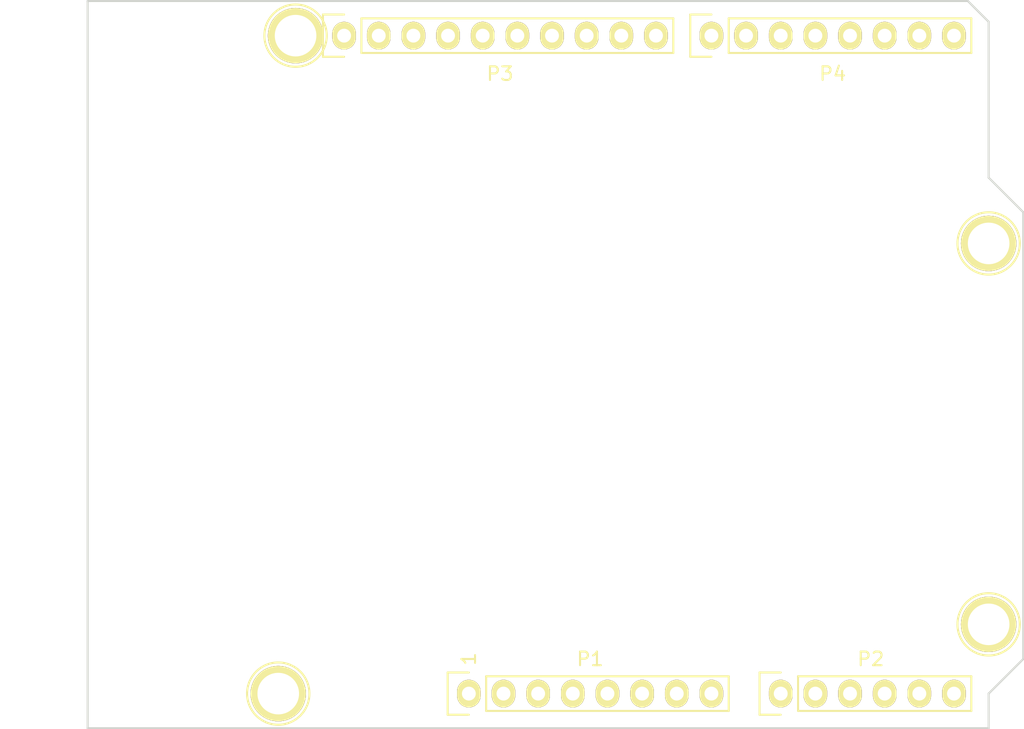
<source format=kicad_pcb>
(kicad_pcb (version 20221018) (generator pcbnew)
  (title_block (date "lun. 30 mars 2015"))
  (layers (0 "F.Cu" signal) (31 "B.Cu" signal) (34 "B.Paste" user) (35 "F.Paste" user) (36 "B.SilkS" user "B.Silkscreen") (37 "F.SilkS" user "F.Silkscreen") (38 "B.Mask" user) (39 "F.Mask" user) (44 "Edge.Cuts" user))
  (net 0 "")
  (net 1 "/IOREF")
  (net 2 "/Reset")
  (net 3 "+5V")
  (net 4 "GND")
  (net 5 "/Vin")
  (net 6 "/A0")
  (net 7 "/A1")
  (net 8 "/A2")
  (net 9 "/A3")
  (net 10 "/AREF")
  (net 11 "/A4(SDA)")
  (net 12 "/A5(SCL)")
  (net 13 "/9(**)")
  (net 14 "/8")
  (net 15 "/7")
  (net 16 "/6(**)")
  (net 17 "/5(**)")
  (net 18 "/4")
  (net 19 "/3(**)")
  (net 20 "/2")
  (net 21 "/1(Tx)")
  (net 22 "/0(Rx)")
  (net 23 "Net-(P5-Pad1)")
  (net 24 "Net-(P6-Pad1)")
  (net 25 "Net-(P7-Pad1)")
  (net 26 "Net-(P8-Pad1)")
  (net 27 "/13(SCK)")
  (net 28 "/10(**/SS)")
  (net 29 "Net-(P1-Pad1)")
  (net 30 "+3V3")
  (net 31 "/12(MISO)")
  (net 32 "/11(**/MOSI)")
  (footprint "Socket_Arduino_Uno:Socket_Strip_Arduino_1x08" (layer "F.Cu") (at 138.938 123.825)
    (fp_text reference "P1" (at 8.89 -2.54) (layer "F.SilkS"))
    (fp_text value "Power")
    (fp_line (start -1.55 -1.55) (end -1.55 1.55) (stroke (width 0.15)) (layer "F.SilkS"))
    (fp_line (start -1.55 1.55) (end 0 1.55) (stroke (width 0.15)) (layer "F.SilkS"))
    (fp_line (start 0 -1.55) (end -1.55 -1.55) (stroke (width 0.15)) (layer "F.SilkS"))
    (fp_line (start 1.27 1.27) (end 1.27 -1.27) (stroke (width 0.15)) (layer "F.SilkS"))
    (fp_line (start 1.27 1.27) (end 19.05 1.27) (stroke (width 0.15)) (layer "F.SilkS"))
    (fp_line (start 19.05 -1.27) (end 1.27 -1.27) (stroke (width 0.15)) (layer "F.SilkS"))
    (fp_line (start 19.05 1.27) (end 19.05 -1.27) (stroke (width 0.15)) (layer "F.SilkS"))
    (pad "1" thru_hole oval locked (at 0 0) (size 1.7272 2.032) (drill 1.016) (layers "*.Cu" "*.Mask" "F.SilkS") (net 29 "Net-(P1-Pad1)"))
    (pad "2" thru_hole oval locked (at 2.54 0) (size 1.7272 2.032) (drill 1.016) (layers "*.Cu" "*.Mask" "F.SilkS") (net 1 "/IOREF"))
    (pad "3" thru_hole oval locked (at 5.08 0) (size 1.7272 2.032) (drill 1.016) (layers "*.Cu" "*.Mask" "F.SilkS") (net 2 "/Reset"))
    (pad "4" thru_hole oval locked (at 7.62 0) (size 1.7272 2.032) (drill 1.016) (layers "*.Cu" "*.Mask" "F.SilkS") (net 30 "+3V3"))
    (pad "5" thru_hole oval locked (at 10.16 0) (size 1.7272 2.032) (drill 1.016) (layers "*.Cu" "*.Mask" "F.SilkS") (net 3 "+5V"))
    (pad "6" thru_hole oval locked (at 12.7 0) (size 1.7272 2.032) (drill 1.016) (layers "*.Cu" "*.Mask" "F.SilkS") (net 4 "GND"))
    (pad "7" thru_hole oval locked (at 15.24 0) (size 1.7272 2.032) (drill 1.016) (layers "*.Cu" "*.Mask" "F.SilkS") (net 4 "GND"))
    (pad "8" thru_hole oval locked (at 17.78 0) (size 1.7272 2.032) (drill 1.016) (layers "*.Cu" "*.Mask" "F.SilkS") (net 5 "/Vin"))
  )
  (footprint "Socket_Arduino_Uno:Socket_Strip_Arduino_1x06" (layer "F.Cu") (at 161.798 123.825)
    (fp_text reference "P2" (at 6.604 -2.54) (layer "F.SilkS"))
    (fp_text value "Analog")
    (fp_line (start -1.55 -1.55) (end -1.55 1.55) (stroke (width 0.15)) (layer "F.SilkS"))
    (fp_line (start -1.55 1.55) (end 0 1.55) (stroke (width 0.15)) (layer "F.SilkS"))
    (fp_line (start 0 -1.55) (end -1.55 -1.55) (stroke (width 0.15)) (layer "F.SilkS"))
    (fp_line (start 1.27 1.27) (end 1.27 -1.27) (stroke (width 0.15)) (layer "F.SilkS"))
    (fp_line (start 1.27 1.27) (end 13.97 1.27) (stroke (width 0.15)) (layer "F.SilkS"))
    (fp_line (start 13.97 -1.27) (end 1.27 -1.27) (stroke (width 0.15)) (layer "F.SilkS"))
    (fp_line (start 13.97 1.27) (end 13.97 -1.27) (stroke (width 0.15)) (layer "F.SilkS"))
    (pad "1" thru_hole oval locked (at 0 0) (size 1.7272 2.032) (drill 1.016) (layers "*.Cu" "*.Mask" "F.SilkS") (net 6 "/A0"))
    (pad "2" thru_hole oval locked (at 2.54 0) (size 1.7272 2.032) (drill 1.016) (layers "*.Cu" "*.Mask" "F.SilkS") (net 7 "/A1"))
    (pad "3" thru_hole oval locked (at 5.08 0) (size 1.7272 2.032) (drill 1.016) (layers "*.Cu" "*.Mask" "F.SilkS") (net 8 "/A2"))
    (pad "4" thru_hole oval locked (at 7.62 0) (size 1.7272 2.032) (drill 1.016) (layers "*.Cu" "*.Mask" "F.SilkS") (net 9 "/A3"))
    (pad "5" thru_hole oval locked (at 10.16 0) (size 1.7272 2.032) (drill 1.016) (layers "*.Cu" "*.Mask" "F.SilkS") (net 11 "/A4(SDA)"))
    (pad "6" thru_hole oval locked (at 12.7 0) (size 1.7272 2.032) (drill 1.016) (layers "*.Cu" "*.Mask" "F.SilkS") (net 12 "/A5(SCL)"))
  )
  (footprint "Socket_Arduino_Uno:Socket_Strip_Arduino_1x10" (layer "F.Cu") (at 129.794 75.565)
    (fp_text reference "P3" (at 11.43 2.794) (layer "F.SilkS"))
    (fp_text value "Digital")
    (fp_line (start -1.55 -1.55) (end -1.55 1.55) (stroke (width 0.15)) (layer "F.SilkS"))
    (fp_line (start -1.55 1.55) (end 0 1.55) (stroke (width 0.15)) (layer "F.SilkS"))
    (fp_line (start 0 -1.55) (end -1.55 -1.55) (stroke (width 0.15)) (layer "F.SilkS"))
    (fp_line (start 1.27 1.27) (end 1.27 -1.27) (stroke (width 0.15)) (layer "F.SilkS"))
    (fp_line (start 1.27 1.27) (end 24.13 1.27) (stroke (width 0.15)) (layer "F.SilkS"))
    (fp_line (start 24.13 -1.27) (end 1.27 -1.27) (stroke (width 0.15)) (layer "F.SilkS"))
    (fp_line (start 24.13 1.27) (end 24.13 -1.27) (stroke (width 0.15)) (layer "F.SilkS"))
    (pad "1" thru_hole oval locked (at 0 0) (size 1.7272 2.032) (drill 1.016) (layers "*.Cu" "*.Mask" "F.SilkS") (net 12 "/A5(SCL)"))
    (pad "2" thru_hole oval locked (at 2.54 0) (size 1.7272 2.032) (drill 1.016) (layers "*.Cu" "*.Mask" "F.SilkS") (net 11 "/A4(SDA)"))
    (pad "3" thru_hole oval locked (at 5.08 0) (size 1.7272 2.032) (drill 1.016) (layers "*.Cu" "*.Mask" "F.SilkS") (net 10 "/AREF"))
    (pad "4" thru_hole oval locked (at 7.62 0) (size 1.7272 2.032) (drill 1.016) (layers "*.Cu" "*.Mask" "F.SilkS") (net 4 "GND"))
    (pad "5" thru_hole oval locked (at 10.16 0) (size 1.7272 2.032) (drill 1.016) (layers "*.Cu" "*.Mask" "F.SilkS") (net 27 "/13(SCK)"))
    (pad "6" thru_hole oval locked (at 12.7 0) (size 1.7272 2.032) (drill 1.016) (layers "*.Cu" "*.Mask" "F.SilkS") (net 31 "/12(MISO)"))
    (pad "7" thru_hole oval locked (at 15.24 0) (size 1.7272 2.032) (drill 1.016) (layers "*.Cu" "*.Mask" "F.SilkS") (net 32 "/11(**/MOSI)"))
    (pad "8" thru_hole oval locked (at 17.78 0) (size 1.7272 2.032) (drill 1.016) (layers "*.Cu" "*.Mask" "F.SilkS") (net 28 "/10(**/SS)"))
    (pad "9" thru_hole oval locked (at 20.32 0) (size 1.7272 2.032) (drill 1.016) (layers "*.Cu" "*.Mask" "F.SilkS") (net 13 "/9(**)"))
    (pad "10" thru_hole oval locked (at 22.86 0) (size 1.7272 2.032) (drill 1.016) (layers "*.Cu" "*.Mask" "F.SilkS") (net 14 "/8"))
  )
  (footprint "Socket_Arduino_Uno:Socket_Strip_Arduino_1x08" (layer "F.Cu") (at 156.718 75.565)
    (fp_text reference "P4" (at 8.89 2.794) (layer "F.SilkS"))
    (fp_text value "Digital")
    (fp_line (start -1.55 -1.55) (end -1.55 1.55) (stroke (width 0.15)) (layer "F.SilkS"))
    (fp_line (start -1.55 1.55) (end 0 1.55) (stroke (width 0.15)) (layer "F.SilkS"))
    (fp_line (start 0 -1.55) (end -1.55 -1.55) (stroke (width 0.15)) (layer "F.SilkS"))
    (fp_line (start 1.27 1.27) (end 1.27 -1.27) (stroke (width 0.15)) (layer "F.SilkS"))
    (fp_line (start 1.27 1.27) (end 19.05 1.27) (stroke (width 0.15)) (layer "F.SilkS"))
    (fp_line (start 19.05 -1.27) (end 1.27 -1.27) (stroke (width 0.15)) (layer "F.SilkS"))
    (fp_line (start 19.05 1.27) (end 19.05 -1.27) (stroke (width 0.15)) (layer "F.SilkS"))
    (pad "1" thru_hole oval locked (at 0 0) (size 1.7272 2.032) (drill 1.016) (layers "*.Cu" "*.Mask" "F.SilkS") (net 15 "/7"))
    (pad "2" thru_hole oval locked (at 2.54 0) (size 1.7272 2.032) (drill 1.016) (layers "*.Cu" "*.Mask" "F.SilkS") (net 16 "/6(**)"))
    (pad "3" thru_hole oval locked (at 5.08 0) (size 1.7272 2.032) (drill 1.016) (layers "*.Cu" "*.Mask" "F.SilkS") (net 17 "/5(**)"))
    (pad "4" thru_hole oval locked (at 7.62 0) (size 1.7272 2.032) (drill 1.016) (layers "*.Cu" "*.Mask" "F.SilkS") (net 18 "/4"))
    (pad "5" thru_hole oval locked (at 10.16 0) (size 1.7272 2.032) (drill 1.016) (layers "*.Cu" "*.Mask" "F.SilkS") (net 19 "/3(**)"))
    (pad "6" thru_hole oval locked (at 12.7 0) (size 1.7272 2.032) (drill 1.016) (layers "*.Cu" "*.Mask" "F.SilkS") (net 20 "/2"))
    (pad "7" thru_hole oval locked (at 15.24 0) (size 1.7272 2.032) (drill 1.016) (layers "*.Cu" "*.Mask" "F.SilkS") (net 21 "/1(Tx)"))
    (pad "8" thru_hole oval locked (at 17.78 0) (size 1.7272 2.032) (drill 1.016) (layers "*.Cu" "*.Mask" "F.SilkS") (net 22 "/0(Rx)"))
  )
  (footprint "Socket_Arduino_Uno:Arduino_1pin" (layer "F.Cu") (at 124.968 123.825)
    (fp_text reference "P5" hide)
    (fp_text value "CONN_01X01" hide)
    (fp_circle (center 0 0) (end 0 -2.286) (stroke (width 0.15)) (fill none) (layer "F.SilkS"))
    (pad "1" thru_hole circle locked (at 0 0) (size 4.064 4.064) (drill 3.048) (layers "*.Cu" "*.Mask" "F.SilkS") (net 23 "Net-(P5-Pad1)"))
  )
  (footprint "Socket_Arduino_Uno:Arduino_1pin" (layer "F.Cu") (at 177.038 118.745)
    (fp_text reference "P6" hide)
    (fp_text value "CONN_01X01" hide)
    (fp_circle (center 0 0) (end 0 -2.286) (stroke (width 0.15)) (fill none) (layer "F.SilkS"))
    (pad "1" thru_hole circle locked (at 0 0) (size 4.064 4.064) (drill 3.048) (layers "*.Cu" "*.Mask" "F.SilkS") (net 24 "Net-(P6-Pad1)"))
  )
  (footprint "Socket_Arduino_Uno:Arduino_1pin" (layer "F.Cu") (at 126.238 75.565)
    (fp_text reference "P7" hide)
    (fp_text value "CONN_01X01" hide)
    (fp_circle (center 0 0) (end 0 -2.286) (stroke (width 0.15)) (fill none) (layer "F.SilkS"))
    (pad "1" thru_hole circle locked (at 0 0) (size 4.064 4.064) (drill 3.048) (layers "*.Cu" "*.Mask" "F.SilkS") (net 25 "Net-(P7-Pad1)"))
  )
  (footprint "Socket_Arduino_Uno:Arduino_1pin" (layer "F.Cu") (at 177.038 90.805)
    (fp_text reference "P8" hide)
    (fp_text value "CONN_01X01" hide)
    (fp_circle (center 0 0) (end 0 -2.286) (stroke (width 0.15)) (fill none) (layer "F.SilkS"))
    (pad "1" thru_hole circle locked (at 0 0) (size 4.064 4.064) (drill 3.048) (layers "*.Cu" "*.Mask" "F.SilkS") (net 26 "Net-(P8-Pad1)"))
  )
  (gr_line (start 177.038 74.549) (end 175.514 73.025) (stroke (width 0.15)) (layer "Edge.Cuts"))
  (gr_line (start 179.578 88.519) (end 177.038 85.979) (stroke (width 0.15)) (layer "Edge.Cuts"))
  (gr_line (start 175.514 73.025) (end 110.998 73.025) (stroke (width 0.15)) (layer "Edge.Cuts"))
  (gr_line (start 110.998 73.025) (end 110.998 126.365) (stroke (width 0.15)) (layer "Edge.Cuts"))
  (gr_line (start 110.998 126.365) (end 177.038 126.365) (stroke (width 0.15)) (layer "Edge.Cuts"))
  (gr_line (start 177.038 123.825) (end 179.578 121.285) (stroke (width 0.15)) (layer "Edge.Cuts"))
  (gr_line (start 177.038 126.365) (end 177.038 123.825) (stroke (width 0.15)) (layer "Edge.Cuts"))
  (gr_line (start 177.038 85.979) (end 177.038 74.549) (stroke (width 0.15)) (layer "Edge.Cuts"))
  (gr_line (start 179.578 121.285) (end 179.578 88.519) (stroke (width 0.15)) (layer "Edge.Cuts"))
  (gr_text "1" (at 138.938 121.285 90) (layer "F.SilkS") (effects (font (size 1 1))))
)
</source>
